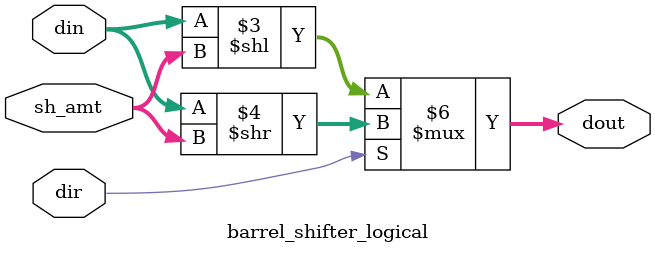
<source format=v>
module barrel_shifter_logical #(parameter N=8) (din,sh_amt,dir,dout);
	input [N-1:0]din;
	input [$clog2(N)-1:0]sh_amt; //shift amount (log2(N) bits)
	input dir; //0-left, 1-right
	output reg [N-1:0]dout;
	
	always@(*)
		begin
			if(dir == 0)
				dout = din << sh_amt;
			else
				dout = din >> sh_amt;
		end
	
	endmodule
</source>
